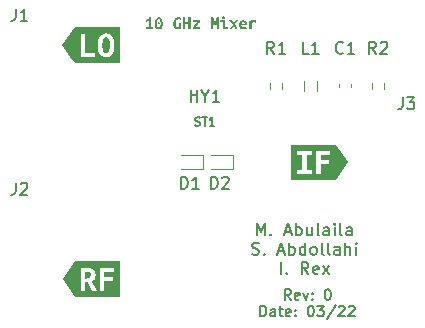
<source format=gbr>
%TF.GenerationSoftware,KiCad,Pcbnew,(6.0.2-0)*%
%TF.CreationDate,2022-03-21T23:10:48-05:00*%
%TF.ProjectId,EE515X_Project,45453531-3558-45f5-9072-6f6a6563742e,rev?*%
%TF.SameCoordinates,Original*%
%TF.FileFunction,Legend,Top*%
%TF.FilePolarity,Positive*%
%FSLAX46Y46*%
G04 Gerber Fmt 4.6, Leading zero omitted, Abs format (unit mm)*
G04 Created by KiCad (PCBNEW (6.0.2-0)) date 2022-03-21 23:10:48*
%MOMM*%
%LPD*%
G01*
G04 APERTURE LIST*
%ADD10C,0.203200*%
%ADD11C,0.150000*%
%ADD12C,0.120000*%
G04 APERTURE END LIST*
D10*
X100378380Y-110583859D02*
X100378380Y-109567859D01*
X100717047Y-110293573D01*
X101055714Y-109567859D01*
X101055714Y-110583859D01*
X101539523Y-110487097D02*
X101587904Y-110535478D01*
X101539523Y-110583859D01*
X101491142Y-110535478D01*
X101539523Y-110487097D01*
X101539523Y-110583859D01*
X102749047Y-110293573D02*
X103232857Y-110293573D01*
X102652285Y-110583859D02*
X102990952Y-109567859D01*
X103329619Y-110583859D01*
X103668285Y-110583859D02*
X103668285Y-109567859D01*
X103668285Y-109954906D02*
X103765047Y-109906525D01*
X103958571Y-109906525D01*
X104055333Y-109954906D01*
X104103714Y-110003287D01*
X104152095Y-110100049D01*
X104152095Y-110390335D01*
X104103714Y-110487097D01*
X104055333Y-110535478D01*
X103958571Y-110583859D01*
X103765047Y-110583859D01*
X103668285Y-110535478D01*
X105022952Y-109906525D02*
X105022952Y-110583859D01*
X104587523Y-109906525D02*
X104587523Y-110438716D01*
X104635904Y-110535478D01*
X104732666Y-110583859D01*
X104877809Y-110583859D01*
X104974571Y-110535478D01*
X105022952Y-110487097D01*
X105651904Y-110583859D02*
X105555142Y-110535478D01*
X105506761Y-110438716D01*
X105506761Y-109567859D01*
X106474380Y-110583859D02*
X106474380Y-110051668D01*
X106426000Y-109954906D01*
X106329238Y-109906525D01*
X106135714Y-109906525D01*
X106038952Y-109954906D01*
X106474380Y-110535478D02*
X106377619Y-110583859D01*
X106135714Y-110583859D01*
X106038952Y-110535478D01*
X105990571Y-110438716D01*
X105990571Y-110341954D01*
X106038952Y-110245192D01*
X106135714Y-110196811D01*
X106377619Y-110196811D01*
X106474380Y-110148430D01*
X106958190Y-110583859D02*
X106958190Y-109906525D01*
X106958190Y-109567859D02*
X106909809Y-109616240D01*
X106958190Y-109664620D01*
X107006571Y-109616240D01*
X106958190Y-109567859D01*
X106958190Y-109664620D01*
X107587142Y-110583859D02*
X107490380Y-110535478D01*
X107442000Y-110438716D01*
X107442000Y-109567859D01*
X108409619Y-110583859D02*
X108409619Y-110051668D01*
X108361238Y-109954906D01*
X108264476Y-109906525D01*
X108070952Y-109906525D01*
X107974190Y-109954906D01*
X108409619Y-110535478D02*
X108312857Y-110583859D01*
X108070952Y-110583859D01*
X107974190Y-110535478D01*
X107925809Y-110438716D01*
X107925809Y-110341954D01*
X107974190Y-110245192D01*
X108070952Y-110196811D01*
X108312857Y-110196811D01*
X108409619Y-110148430D01*
X99967142Y-112171238D02*
X100112285Y-112219619D01*
X100354190Y-112219619D01*
X100450952Y-112171238D01*
X100499333Y-112122857D01*
X100547714Y-112026095D01*
X100547714Y-111929333D01*
X100499333Y-111832571D01*
X100450952Y-111784190D01*
X100354190Y-111735809D01*
X100160666Y-111687428D01*
X100063904Y-111639047D01*
X100015523Y-111590666D01*
X99967142Y-111493904D01*
X99967142Y-111397142D01*
X100015523Y-111300380D01*
X100063904Y-111252000D01*
X100160666Y-111203619D01*
X100402571Y-111203619D01*
X100547714Y-111252000D01*
X100983142Y-112122857D02*
X101031523Y-112171238D01*
X100983142Y-112219619D01*
X100934761Y-112171238D01*
X100983142Y-112122857D01*
X100983142Y-112219619D01*
X102192666Y-111929333D02*
X102676476Y-111929333D01*
X102095904Y-112219619D02*
X102434571Y-111203619D01*
X102773238Y-112219619D01*
X103111904Y-112219619D02*
X103111904Y-111203619D01*
X103111904Y-111590666D02*
X103208666Y-111542285D01*
X103402190Y-111542285D01*
X103498952Y-111590666D01*
X103547333Y-111639047D01*
X103595714Y-111735809D01*
X103595714Y-112026095D01*
X103547333Y-112122857D01*
X103498952Y-112171238D01*
X103402190Y-112219619D01*
X103208666Y-112219619D01*
X103111904Y-112171238D01*
X104466571Y-112219619D02*
X104466571Y-111203619D01*
X104466571Y-112171238D02*
X104369809Y-112219619D01*
X104176285Y-112219619D01*
X104079523Y-112171238D01*
X104031142Y-112122857D01*
X103982761Y-112026095D01*
X103982761Y-111735809D01*
X104031142Y-111639047D01*
X104079523Y-111590666D01*
X104176285Y-111542285D01*
X104369809Y-111542285D01*
X104466571Y-111590666D01*
X105095523Y-112219619D02*
X104998761Y-112171238D01*
X104950380Y-112122857D01*
X104902000Y-112026095D01*
X104902000Y-111735809D01*
X104950380Y-111639047D01*
X104998761Y-111590666D01*
X105095523Y-111542285D01*
X105240666Y-111542285D01*
X105337428Y-111590666D01*
X105385809Y-111639047D01*
X105434190Y-111735809D01*
X105434190Y-112026095D01*
X105385809Y-112122857D01*
X105337428Y-112171238D01*
X105240666Y-112219619D01*
X105095523Y-112219619D01*
X106014761Y-112219619D02*
X105918000Y-112171238D01*
X105869619Y-112074476D01*
X105869619Y-111203619D01*
X106546952Y-112219619D02*
X106450190Y-112171238D01*
X106401809Y-112074476D01*
X106401809Y-111203619D01*
X107369428Y-112219619D02*
X107369428Y-111687428D01*
X107321047Y-111590666D01*
X107224285Y-111542285D01*
X107030761Y-111542285D01*
X106934000Y-111590666D01*
X107369428Y-112171238D02*
X107272666Y-112219619D01*
X107030761Y-112219619D01*
X106934000Y-112171238D01*
X106885619Y-112074476D01*
X106885619Y-111977714D01*
X106934000Y-111880952D01*
X107030761Y-111832571D01*
X107272666Y-111832571D01*
X107369428Y-111784190D01*
X107853238Y-112219619D02*
X107853238Y-111203619D01*
X108288666Y-112219619D02*
X108288666Y-111687428D01*
X108240285Y-111590666D01*
X108143523Y-111542285D01*
X107998380Y-111542285D01*
X107901619Y-111590666D01*
X107853238Y-111639047D01*
X108772476Y-112219619D02*
X108772476Y-111542285D01*
X108772476Y-111203619D02*
X108724095Y-111252000D01*
X108772476Y-111300380D01*
X108820857Y-111252000D01*
X108772476Y-111203619D01*
X108772476Y-111300380D01*
X102410380Y-113855379D02*
X102410380Y-112839379D01*
X102894190Y-113758617D02*
X102942571Y-113806998D01*
X102894190Y-113855379D01*
X102845809Y-113806998D01*
X102894190Y-113758617D01*
X102894190Y-113855379D01*
X104732666Y-113855379D02*
X104394000Y-113371569D01*
X104152095Y-113855379D02*
X104152095Y-112839379D01*
X104539142Y-112839379D01*
X104635904Y-112887760D01*
X104684285Y-112936140D01*
X104732666Y-113032902D01*
X104732666Y-113178045D01*
X104684285Y-113274807D01*
X104635904Y-113323188D01*
X104539142Y-113371569D01*
X104152095Y-113371569D01*
X105555142Y-113806998D02*
X105458380Y-113855379D01*
X105264857Y-113855379D01*
X105168095Y-113806998D01*
X105119714Y-113710236D01*
X105119714Y-113323188D01*
X105168095Y-113226426D01*
X105264857Y-113178045D01*
X105458380Y-113178045D01*
X105555142Y-113226426D01*
X105603523Y-113323188D01*
X105603523Y-113419950D01*
X105119714Y-113516712D01*
X105942190Y-113855379D02*
X106474380Y-113178045D01*
X105942190Y-113178045D02*
X106474380Y-113855379D01*
X103229833Y-116018521D02*
X102933500Y-115595188D01*
X102721833Y-116018521D02*
X102721833Y-115129521D01*
X103060500Y-115129521D01*
X103145166Y-115171855D01*
X103187500Y-115214188D01*
X103229833Y-115298855D01*
X103229833Y-115425855D01*
X103187500Y-115510521D01*
X103145166Y-115552855D01*
X103060500Y-115595188D01*
X102721833Y-115595188D01*
X103949500Y-115976188D02*
X103864833Y-116018521D01*
X103695500Y-116018521D01*
X103610833Y-115976188D01*
X103568500Y-115891521D01*
X103568500Y-115552855D01*
X103610833Y-115468188D01*
X103695500Y-115425855D01*
X103864833Y-115425855D01*
X103949500Y-115468188D01*
X103991833Y-115552855D01*
X103991833Y-115637521D01*
X103568500Y-115722188D01*
X104288166Y-115425855D02*
X104499833Y-116018521D01*
X104711500Y-115425855D01*
X105050166Y-115933855D02*
X105092500Y-115976188D01*
X105050166Y-116018521D01*
X105007833Y-115976188D01*
X105050166Y-115933855D01*
X105050166Y-116018521D01*
X105050166Y-115468188D02*
X105092500Y-115510521D01*
X105050166Y-115552855D01*
X105007833Y-115510521D01*
X105050166Y-115468188D01*
X105050166Y-115552855D01*
X106320166Y-115129521D02*
X106404833Y-115129521D01*
X106489500Y-115171855D01*
X106531833Y-115214188D01*
X106574166Y-115298855D01*
X106616500Y-115468188D01*
X106616500Y-115679855D01*
X106574166Y-115849188D01*
X106531833Y-115933855D01*
X106489500Y-115976188D01*
X106404833Y-116018521D01*
X106320166Y-116018521D01*
X106235500Y-115976188D01*
X106193166Y-115933855D01*
X106150833Y-115849188D01*
X106108500Y-115679855D01*
X106108500Y-115468188D01*
X106150833Y-115298855D01*
X106193166Y-115214188D01*
X106235500Y-115171855D01*
X106320166Y-115129521D01*
X100668666Y-117449811D02*
X100668666Y-116560811D01*
X100880333Y-116560811D01*
X101007333Y-116603145D01*
X101092000Y-116687811D01*
X101134333Y-116772478D01*
X101176666Y-116941811D01*
X101176666Y-117068811D01*
X101134333Y-117238145D01*
X101092000Y-117322811D01*
X101007333Y-117407478D01*
X100880333Y-117449811D01*
X100668666Y-117449811D01*
X101938666Y-117449811D02*
X101938666Y-116984145D01*
X101896333Y-116899478D01*
X101811666Y-116857145D01*
X101642333Y-116857145D01*
X101557666Y-116899478D01*
X101938666Y-117407478D02*
X101854000Y-117449811D01*
X101642333Y-117449811D01*
X101557666Y-117407478D01*
X101515333Y-117322811D01*
X101515333Y-117238145D01*
X101557666Y-117153478D01*
X101642333Y-117111145D01*
X101854000Y-117111145D01*
X101938666Y-117068811D01*
X102235000Y-116857145D02*
X102573666Y-116857145D01*
X102362000Y-116560811D02*
X102362000Y-117322811D01*
X102404333Y-117407478D01*
X102489000Y-117449811D01*
X102573666Y-117449811D01*
X103208666Y-117407478D02*
X103124000Y-117449811D01*
X102954666Y-117449811D01*
X102870000Y-117407478D01*
X102827666Y-117322811D01*
X102827666Y-116984145D01*
X102870000Y-116899478D01*
X102954666Y-116857145D01*
X103124000Y-116857145D01*
X103208666Y-116899478D01*
X103251000Y-116984145D01*
X103251000Y-117068811D01*
X102827666Y-117153478D01*
X103632000Y-117365145D02*
X103674333Y-117407478D01*
X103632000Y-117449811D01*
X103589666Y-117407478D01*
X103632000Y-117365145D01*
X103632000Y-117449811D01*
X103632000Y-116899478D02*
X103674333Y-116941811D01*
X103632000Y-116984145D01*
X103589666Y-116941811D01*
X103632000Y-116899478D01*
X103632000Y-116984145D01*
X104902000Y-116560811D02*
X104986666Y-116560811D01*
X105071333Y-116603145D01*
X105113666Y-116645478D01*
X105156000Y-116730145D01*
X105198333Y-116899478D01*
X105198333Y-117111145D01*
X105156000Y-117280478D01*
X105113666Y-117365145D01*
X105071333Y-117407478D01*
X104986666Y-117449811D01*
X104902000Y-117449811D01*
X104817333Y-117407478D01*
X104775000Y-117365145D01*
X104732666Y-117280478D01*
X104690333Y-117111145D01*
X104690333Y-116899478D01*
X104732666Y-116730145D01*
X104775000Y-116645478D01*
X104817333Y-116603145D01*
X104902000Y-116560811D01*
X105494666Y-116560811D02*
X106045000Y-116560811D01*
X105748666Y-116899478D01*
X105875666Y-116899478D01*
X105960333Y-116941811D01*
X106002666Y-116984145D01*
X106045000Y-117068811D01*
X106045000Y-117280478D01*
X106002666Y-117365145D01*
X105960333Y-117407478D01*
X105875666Y-117449811D01*
X105621666Y-117449811D01*
X105537000Y-117407478D01*
X105494666Y-117365145D01*
X107061000Y-116518478D02*
X106299000Y-117661478D01*
X107315000Y-116645478D02*
X107357333Y-116603145D01*
X107442000Y-116560811D01*
X107653666Y-116560811D01*
X107738333Y-116603145D01*
X107780666Y-116645478D01*
X107823000Y-116730145D01*
X107823000Y-116814811D01*
X107780666Y-116941811D01*
X107272666Y-117449811D01*
X107823000Y-117449811D01*
X108161666Y-116645478D02*
X108204000Y-116603145D01*
X108288666Y-116560811D01*
X108500333Y-116560811D01*
X108585000Y-116603145D01*
X108627333Y-116645478D01*
X108669666Y-116730145D01*
X108669666Y-116814811D01*
X108627333Y-116941811D01*
X108119333Y-117449811D01*
X108669666Y-117449811D01*
D11*
%TO.C,J2*%
X79930666Y-106132380D02*
X79930666Y-106846666D01*
X79883047Y-106989523D01*
X79787809Y-107084761D01*
X79644952Y-107132380D01*
X79549714Y-107132380D01*
X80359238Y-106227619D02*
X80406857Y-106180000D01*
X80502095Y-106132380D01*
X80740190Y-106132380D01*
X80835428Y-106180000D01*
X80883047Y-106227619D01*
X80930666Y-106322857D01*
X80930666Y-106418095D01*
X80883047Y-106560952D01*
X80311619Y-107132380D01*
X80930666Y-107132380D01*
%TO.C,J1*%
X79930666Y-91400380D02*
X79930666Y-92114666D01*
X79883047Y-92257523D01*
X79787809Y-92352761D01*
X79644952Y-92400380D01*
X79549714Y-92400380D01*
X80930666Y-92400380D02*
X80359238Y-92400380D01*
X80644952Y-92400380D02*
X80644952Y-91400380D01*
X80549714Y-91543238D01*
X80454476Y-91638476D01*
X80359238Y-91686095D01*
%TO.C,J3*%
X112696678Y-98893380D02*
X112696678Y-99607666D01*
X112649059Y-99750523D01*
X112553821Y-99845761D01*
X112410964Y-99893380D01*
X112315726Y-99893380D01*
X113077631Y-98893380D02*
X113696678Y-98893380D01*
X113363345Y-99274333D01*
X113506202Y-99274333D01*
X113601440Y-99321952D01*
X113649059Y-99369571D01*
X113696678Y-99464809D01*
X113696678Y-99702904D01*
X113649059Y-99798142D01*
X113601440Y-99845761D01*
X113506202Y-99893380D01*
X113220488Y-99893380D01*
X113125250Y-99845761D01*
X113077631Y-99798142D01*
%TO.C,ST1*%
X95148400Y-101252866D02*
X95250000Y-101286733D01*
X95419333Y-101286733D01*
X95487066Y-101252866D01*
X95520933Y-101219000D01*
X95554800Y-101151266D01*
X95554800Y-101083533D01*
X95520933Y-101015800D01*
X95487066Y-100981933D01*
X95419333Y-100948066D01*
X95283866Y-100914200D01*
X95216133Y-100880333D01*
X95182266Y-100846466D01*
X95148400Y-100778733D01*
X95148400Y-100711000D01*
X95182266Y-100643266D01*
X95216133Y-100609400D01*
X95283866Y-100575533D01*
X95453200Y-100575533D01*
X95554800Y-100609400D01*
X95758000Y-100575533D02*
X96164400Y-100575533D01*
X95961200Y-101286733D02*
X95961200Y-100575533D01*
X96774000Y-101286733D02*
X96367600Y-101286733D01*
X96570800Y-101286733D02*
X96570800Y-100575533D01*
X96503066Y-100677133D01*
X96435333Y-100744866D01*
X96367600Y-100778733D01*
%TO.C,C1*%
X107661001Y-95099142D02*
X107613382Y-95146761D01*
X107470525Y-95194380D01*
X107375287Y-95194380D01*
X107232429Y-95146761D01*
X107137191Y-95051523D01*
X107089572Y-94956285D01*
X107041953Y-94765809D01*
X107041953Y-94622952D01*
X107089572Y-94432476D01*
X107137191Y-94337238D01*
X107232429Y-94242000D01*
X107375287Y-94194380D01*
X107470525Y-94194380D01*
X107613382Y-94242000D01*
X107661001Y-94289619D01*
X108613382Y-95194380D02*
X108041953Y-95194380D01*
X108327668Y-95194380D02*
X108327668Y-94194380D01*
X108232429Y-94337238D01*
X108137191Y-94432476D01*
X108041953Y-94480095D01*
%TO.C,D2*%
X96480404Y-106624380D02*
X96480404Y-105624380D01*
X96718500Y-105624380D01*
X96861357Y-105672000D01*
X96956595Y-105767238D01*
X97004214Y-105862476D01*
X97051833Y-106052952D01*
X97051833Y-106195809D01*
X97004214Y-106386285D01*
X96956595Y-106481523D01*
X96861357Y-106576761D01*
X96718500Y-106624380D01*
X96480404Y-106624380D01*
X97432785Y-105719619D02*
X97480404Y-105672000D01*
X97575642Y-105624380D01*
X97813738Y-105624380D01*
X97908976Y-105672000D01*
X97956595Y-105719619D01*
X98004214Y-105814857D01*
X98004214Y-105910095D01*
X97956595Y-106052952D01*
X97385166Y-106624380D01*
X98004214Y-106624380D01*
%TO.C,HY1*%
X94758023Y-99258380D02*
X94758023Y-98258380D01*
X94758023Y-98734571D02*
X95329452Y-98734571D01*
X95329452Y-99258380D02*
X95329452Y-98258380D01*
X95996119Y-98782190D02*
X95996119Y-99258380D01*
X95662785Y-98258380D02*
X95996119Y-98782190D01*
X96329452Y-98258380D01*
X97186595Y-99258380D02*
X96615166Y-99258380D01*
X96900880Y-99258380D02*
X96900880Y-98258380D01*
X96805642Y-98401238D01*
X96710404Y-98496476D01*
X96615166Y-98544095D01*
%TO.C,R1*%
X101819001Y-95194380D02*
X101485668Y-94718190D01*
X101247572Y-95194380D02*
X101247572Y-94194380D01*
X101628525Y-94194380D01*
X101723763Y-94242000D01*
X101771382Y-94289619D01*
X101819001Y-94384857D01*
X101819001Y-94527714D01*
X101771382Y-94622952D01*
X101723763Y-94670571D01*
X101628525Y-94718190D01*
X101247572Y-94718190D01*
X102771382Y-95194380D02*
X102199953Y-95194380D01*
X102485668Y-95194380D02*
X102485668Y-94194380D01*
X102390429Y-94337238D01*
X102295191Y-94432476D01*
X102199953Y-94480095D01*
%TO.C,R2*%
X110455001Y-95194380D02*
X110121668Y-94718190D01*
X109883572Y-95194380D02*
X109883572Y-94194380D01*
X110264525Y-94194380D01*
X110359763Y-94242000D01*
X110407382Y-94289619D01*
X110455001Y-94384857D01*
X110455001Y-94527714D01*
X110407382Y-94622952D01*
X110359763Y-94670571D01*
X110264525Y-94718190D01*
X109883572Y-94718190D01*
X110835953Y-94289619D02*
X110883572Y-94242000D01*
X110978810Y-94194380D01*
X111216906Y-94194380D01*
X111312144Y-94242000D01*
X111359763Y-94289619D01*
X111407382Y-94384857D01*
X111407382Y-94480095D01*
X111359763Y-94622952D01*
X110788334Y-95194380D01*
X111407382Y-95194380D01*
%TO.C,D1*%
X93940404Y-106624380D02*
X93940404Y-105624380D01*
X94178500Y-105624380D01*
X94321357Y-105672000D01*
X94416595Y-105767238D01*
X94464214Y-105862476D01*
X94511833Y-106052952D01*
X94511833Y-106195809D01*
X94464214Y-106386285D01*
X94416595Y-106481523D01*
X94321357Y-106576761D01*
X94178500Y-106624380D01*
X93940404Y-106624380D01*
X95464214Y-106624380D02*
X94892785Y-106624380D01*
X95178500Y-106624380D02*
X95178500Y-105624380D01*
X95083261Y-105767238D01*
X94988023Y-105862476D01*
X94892785Y-105910095D01*
%TO.C,L1*%
X104740001Y-95194380D02*
X104263810Y-95194380D01*
X104263810Y-94194380D01*
X105597144Y-95194380D02*
X105025715Y-95194380D01*
X105311429Y-95194380D02*
X105311429Y-94194380D01*
X105216191Y-94337238D01*
X105120953Y-94432476D01*
X105025715Y-94480095D01*
%TO.C,kibuzzard-623945C3*%
G36*
X94304644Y-92520294D02*
G01*
X94564994Y-92520294D01*
X94564994Y-92132944D01*
X94760256Y-92132944D01*
X94760256Y-93115606D01*
X94564994Y-93115606D01*
X94564994Y-92682219D01*
X94304644Y-92682219D01*
X94304644Y-93115606D01*
X94109381Y-93115606D01*
X94109381Y-92132944D01*
X94304644Y-92132944D01*
X94304644Y-92520294D01*
G37*
G36*
X97671731Y-92831444D02*
G01*
X97696338Y-92930663D01*
X97778094Y-92963206D01*
X97843181Y-92956063D01*
X97928906Y-92926694D01*
X97954306Y-93083856D01*
X97840800Y-93122750D01*
X97743169Y-93133069D01*
X97673120Y-93127513D01*
X97615375Y-93110844D01*
X97532825Y-93046550D01*
X97489169Y-92944156D01*
X97479644Y-92879466D01*
X97476469Y-92806044D01*
X97476469Y-92531406D01*
X97270094Y-92531406D01*
X97270094Y-92369481D01*
X97671731Y-92369481D01*
X97671731Y-92831444D01*
G37*
G36*
X98879819Y-92575856D02*
G01*
X98914744Y-92507395D01*
X98959194Y-92451237D01*
X99011978Y-92407383D01*
X99071906Y-92375831D01*
X99136200Y-92356781D01*
X99202081Y-92350431D01*
X99303328Y-92361279D01*
X99386937Y-92393823D01*
X99452906Y-92448062D01*
X99500531Y-92523116D01*
X99529106Y-92618101D01*
X99538631Y-92733019D01*
X99537838Y-92772706D01*
X99535456Y-92806044D01*
X99051269Y-92806044D01*
X99066350Y-92871330D01*
X99111594Y-92921138D01*
X99180650Y-92952689D01*
X99267169Y-92963206D01*
X99379088Y-92950506D01*
X99468781Y-92925106D01*
X99495769Y-93091794D01*
X99387819Y-93121163D01*
X99259231Y-93133069D01*
X99168942Y-93126917D01*
X99088575Y-93108463D01*
X99018725Y-93077903D01*
X98959988Y-93035438D01*
X98912958Y-92981264D01*
X98878231Y-92915581D01*
X98856800Y-92838191D01*
X98849656Y-92748894D01*
X98856000Y-92671106D01*
X99051269Y-92671106D01*
X99349719Y-92671106D01*
X99341781Y-92613163D01*
X99316381Y-92563156D01*
X99271931Y-92527437D01*
X99205256Y-92513944D01*
X99139375Y-92526644D01*
X99093338Y-92561569D01*
X99064763Y-92612369D01*
X99051269Y-92671106D01*
X98856000Y-92671106D01*
X98857197Y-92656422D01*
X98879819Y-92575856D01*
G37*
G36*
X98409919Y-92602844D02*
G01*
X98562319Y-92369481D01*
X98760756Y-92369481D01*
X98519456Y-92728256D01*
X98594069Y-92825888D01*
X98663919Y-92929869D01*
X98724244Y-93029881D01*
X98770281Y-93115606D01*
X98567081Y-93115606D01*
X98524219Y-93039009D01*
X98481356Y-92971144D01*
X98439684Y-92910819D01*
X98400394Y-92856844D01*
X98355150Y-92919550D01*
X98314669Y-92980669D01*
X98276172Y-93044566D01*
X98236881Y-93115606D01*
X98038444Y-93115606D01*
X98093213Y-93022738D01*
X98158300Y-92924313D01*
X98229738Y-92825094D01*
X98301969Y-92731431D01*
X98040031Y-92369481D01*
X98244819Y-92369481D01*
X98409919Y-92602844D01*
G37*
G36*
X91396344Y-92953681D02*
G01*
X91591606Y-92953681D01*
X91591606Y-93115606D01*
X90994706Y-93115606D01*
X90994706Y-92953681D01*
X91201081Y-92953681D01*
X91201081Y-92404406D01*
X91099481Y-92460762D01*
X91002644Y-92499656D01*
X90939144Y-92337731D01*
X91021694Y-92301219D01*
X91110594Y-92252006D01*
X91194731Y-92194856D01*
X91262994Y-92132944D01*
X91396344Y-92132944D01*
X91396344Y-92953681D01*
G37*
G36*
X95507969Y-92512356D02*
G01*
X95444469Y-92587763D01*
X95401408Y-92640745D01*
X95354775Y-92699681D01*
X95306356Y-92762983D01*
X95257937Y-92829063D01*
X95212098Y-92893952D01*
X95171419Y-92953681D01*
X95523844Y-92953681D01*
X95523844Y-93115606D01*
X94938056Y-93115606D01*
X94938056Y-92996544D01*
X94976156Y-92935425D01*
X95017431Y-92872719D01*
X95060294Y-92809814D01*
X95103156Y-92748100D01*
X95145622Y-92688370D01*
X95187294Y-92631419D01*
X95261906Y-92531406D01*
X94953931Y-92531406D01*
X94953931Y-92369481D01*
X95507969Y-92369481D01*
X95507969Y-92512356D01*
G37*
G36*
X92117862Y-92531406D02*
G01*
X92142469Y-92606019D01*
X92117862Y-92679838D01*
X92055156Y-92710794D01*
X91990069Y-92679838D01*
X91966256Y-92606019D01*
X91990069Y-92531406D01*
X92055156Y-92499656D01*
X92117862Y-92531406D01*
G37*
G36*
X93814900Y-92119450D02*
G01*
X93893481Y-92139294D01*
X93948250Y-92163106D01*
X93980794Y-92182156D01*
X93929994Y-92337731D01*
X93844269Y-92298044D01*
X93739494Y-92280581D01*
X93622019Y-92305981D01*
X93543437Y-92376625D01*
X93498987Y-92484575D01*
X93488867Y-92550655D01*
X93485494Y-92623481D01*
X93491667Y-92730638D01*
X93510188Y-92817156D01*
X93541056Y-92883038D01*
X93609716Y-92945545D01*
X93704569Y-92966381D01*
X93742669Y-92964794D01*
X93780769Y-92960031D01*
X93780769Y-92601256D01*
X93976031Y-92601256D01*
X93976031Y-93091794D01*
X93867287Y-93120369D01*
X93785730Y-93132275D01*
X93688694Y-93136244D01*
X93601183Y-93128108D01*
X93522800Y-93103700D01*
X93454339Y-93063219D01*
X93396594Y-93006863D01*
X93350159Y-92934631D01*
X93315631Y-92846525D01*
X93294200Y-92742742D01*
X93287056Y-92623481D01*
X93295391Y-92505411D01*
X93320394Y-92402025D01*
X93359684Y-92313720D01*
X93410881Y-92240894D01*
X93473191Y-92183942D01*
X93545819Y-92143262D01*
X93626384Y-92118855D01*
X93712506Y-92110719D01*
X93814900Y-92119450D01*
G37*
G36*
X96702563Y-92218669D02*
G01*
X96738281Y-92331381D01*
X96776381Y-92453619D01*
X96812894Y-92567919D01*
X96852581Y-92446475D01*
X96892269Y-92325825D01*
X96927194Y-92217081D01*
X96955769Y-92132944D01*
X97117694Y-92132944D01*
X97128608Y-92259944D01*
X97139125Y-92383769D01*
X97148650Y-92505411D01*
X97156588Y-92625863D01*
X97163136Y-92746116D01*
X97168494Y-92867163D01*
X97172859Y-92989995D01*
X97176431Y-93115606D01*
X96997044Y-93115606D01*
X97006569Y-92352019D01*
X96885919Y-92767944D01*
X96743044Y-92767944D01*
X96627156Y-92352019D01*
X96635094Y-93115606D01*
X96455706Y-93115606D01*
X96460667Y-92992575D01*
X96466025Y-92864781D01*
X96471780Y-92735003D01*
X96477931Y-92606019D01*
X96484877Y-92479416D01*
X96493013Y-92356781D01*
X96502339Y-92240497D01*
X96512856Y-92132944D01*
X96674781Y-92132944D01*
X96702563Y-92218669D01*
G37*
G36*
X100131563Y-92356781D02*
G01*
X100194269Y-92362337D01*
X100261738Y-92371862D01*
X100322856Y-92386944D01*
X100287931Y-92567919D01*
X100242688Y-92558394D01*
X100189506Y-92549662D01*
X100137119Y-92544106D01*
X100094256Y-92542519D01*
X100013294Y-92546487D01*
X99932331Y-92561569D01*
X99932331Y-93115606D01*
X99735481Y-93115606D01*
X99735481Y-92418694D01*
X99814261Y-92392897D01*
X99895025Y-92372656D01*
X99983727Y-92359559D01*
X100086319Y-92355194D01*
X100131563Y-92356781D01*
G37*
G36*
X97627281Y-92063094D02*
G01*
X97663794Y-92155169D01*
X97627281Y-92245656D01*
X97539969Y-92278994D01*
X97453450Y-92245656D01*
X97417731Y-92155169D01*
X97453450Y-92063094D01*
X97539969Y-92029756D01*
X97627281Y-92063094D01*
G37*
G36*
X92373053Y-92848906D02*
G01*
X92345768Y-92937409D01*
X92307569Y-93009244D01*
X92240541Y-93079799D01*
X92155874Y-93122133D01*
X92053569Y-93136244D01*
X91951263Y-93122133D01*
X91866597Y-93079799D01*
X91799569Y-93009244D01*
X91761370Y-92937409D01*
X91734084Y-92848906D01*
X91717713Y-92743734D01*
X91712256Y-92621894D01*
X91888469Y-92621894D01*
X91893231Y-92726051D01*
X91907519Y-92812041D01*
X91931331Y-92879863D01*
X91983322Y-92945942D01*
X92053569Y-92967969D01*
X92124808Y-92945942D01*
X92176600Y-92879863D01*
X92199972Y-92812041D01*
X92213994Y-92726051D01*
X92218669Y-92621894D01*
X92213994Y-92518618D01*
X92199972Y-92433158D01*
X92176600Y-92365512D01*
X92124808Y-92299433D01*
X92053569Y-92277406D01*
X91983322Y-92299433D01*
X91931331Y-92365512D01*
X91907519Y-92433158D01*
X91893231Y-92518618D01*
X91888469Y-92621894D01*
X91712256Y-92621894D01*
X91717812Y-92501442D01*
X91734481Y-92397262D01*
X91762262Y-92309355D01*
X91801156Y-92237719D01*
X91868713Y-92167163D01*
X91952851Y-92124830D01*
X92053569Y-92110719D01*
X92155874Y-92124742D01*
X92240541Y-92166810D01*
X92307569Y-92236925D01*
X92345768Y-92308313D01*
X92373053Y-92396270D01*
X92389424Y-92500797D01*
X92394881Y-92621894D01*
X92389424Y-92743734D01*
X92373053Y-92848906D01*
G37*
D12*
%TO.C,C1*%
X107313000Y-98057580D02*
X107313000Y-97776420D01*
X108333000Y-98057580D02*
X108333000Y-97776420D01*
%TO.C,D2*%
X96518500Y-104994000D02*
X98368500Y-104994000D01*
X98368500Y-104994000D02*
X98368500Y-103794000D01*
X96518500Y-103794000D02*
X98368500Y-103794000D01*
%TO.C,kibuzzard-62394568*%
G36*
X108084761Y-104394000D02*
G01*
X107087899Y-105889293D01*
X103243239Y-105889293D01*
X103243239Y-103735187D01*
X103755869Y-103735187D01*
X104184494Y-103735187D01*
X104184494Y-105052813D01*
X103755869Y-105052813D01*
X103755869Y-105376663D01*
X105003644Y-105376663D01*
X105371944Y-105376663D01*
X105762469Y-105376663D01*
X105762469Y-104535288D01*
X106473669Y-104535288D01*
X106473669Y-104211437D01*
X105762469Y-104211437D01*
X105762469Y-103735187D01*
X106575269Y-103735187D01*
X106575269Y-103411337D01*
X105371944Y-103411337D01*
X105371944Y-105376663D01*
X105003644Y-105376663D01*
X105003644Y-105052813D01*
X104578194Y-105052813D01*
X104578194Y-103735187D01*
X105003644Y-103735187D01*
X105003644Y-103411337D01*
X103755869Y-103411337D01*
X103755869Y-103735187D01*
X103243239Y-103735187D01*
X103243239Y-102898707D01*
X107087899Y-102898707D01*
X108084761Y-104394000D01*
G37*
%TO.C,R1*%
X102508168Y-97679742D02*
X102508168Y-98154258D01*
X101463168Y-97679742D02*
X101463168Y-98154258D01*
%TO.C,R2*%
X110099168Y-97679742D02*
X110099168Y-98154258D01*
X111144168Y-97679742D02*
X111144168Y-98154258D01*
%TO.C,D1*%
X95828500Y-104994000D02*
X95828500Y-103794000D01*
X93978500Y-103794000D02*
X95828500Y-103794000D01*
X93978500Y-104994000D02*
X95828500Y-104994000D01*
%TO.C,kibuzzard-62394523*%
G36*
X87758543Y-93856175D02*
G01*
X87852206Y-94002225D01*
X87896656Y-94219712D01*
X87904990Y-94349491D01*
X87907768Y-94488000D01*
X87904990Y-94626113D01*
X87896656Y-94754700D01*
X87852206Y-94972188D01*
X87756956Y-95119825D01*
X87596618Y-95173800D01*
X87434693Y-95119825D01*
X87341031Y-94973775D01*
X87296581Y-94756288D01*
X87288247Y-94626509D01*
X87285468Y-94488000D01*
X87288247Y-94349887D01*
X87296581Y-94221300D01*
X87341031Y-94003812D01*
X87434693Y-93856175D01*
X87596618Y-93802200D01*
X87758543Y-93856175D01*
G37*
G36*
X88817274Y-96026155D02*
G01*
X84928163Y-96026155D01*
X84558893Y-95472250D01*
X85440793Y-95472250D01*
X86675868Y-95472250D01*
X86675868Y-95148400D01*
X85834493Y-95148400D01*
X85834493Y-94488000D01*
X86888593Y-94488000D01*
X86900004Y-94726423D01*
X86934234Y-94933691D01*
X86991285Y-95109804D01*
X87071156Y-95254763D01*
X87211032Y-95398519D01*
X87387245Y-95484774D01*
X87599793Y-95513525D01*
X87807227Y-95484774D01*
X87980793Y-95398519D01*
X88120493Y-95254763D01*
X88201059Y-95109804D01*
X88258606Y-94933691D01*
X88293134Y-94726423D01*
X88304643Y-94488000D01*
X88293332Y-94249577D01*
X88259400Y-94042309D01*
X88202845Y-93866196D01*
X88123668Y-93721237D01*
X87984674Y-93577481D01*
X87808991Y-93491226D01*
X87596618Y-93462475D01*
X87390596Y-93491226D01*
X87217030Y-93577481D01*
X87075918Y-93721237D01*
X86993964Y-93866196D01*
X86935425Y-94042309D01*
X86900301Y-94249577D01*
X86888593Y-94488000D01*
X85834493Y-94488000D01*
X85834493Y-93506925D01*
X85440793Y-93506925D01*
X85440793Y-95472250D01*
X84558893Y-95472250D01*
X83902726Y-94488000D01*
X84928163Y-92949845D01*
X88817274Y-92949845D01*
X88817274Y-96026155D01*
G37*
%TO.C,L1*%
X105464334Y-97517378D02*
X105464334Y-98316622D01*
X104344334Y-97517378D02*
X104344334Y-98316622D01*
%TO.C,kibuzzard-62394517*%
G36*
X88784465Y-115806405D02*
G01*
X84939805Y-115806405D01*
X84598052Y-115293775D01*
X85452435Y-115293775D01*
X85842960Y-115293775D01*
X85842960Y-114569875D01*
X86046160Y-114569875D01*
X86153713Y-114749659D01*
X86254123Y-114927063D01*
X86345007Y-115106847D01*
X86423985Y-115293775D01*
X86833560Y-115293775D01*
X87068510Y-115293775D01*
X87459035Y-115293775D01*
X87459035Y-114452400D01*
X88170235Y-114452400D01*
X88170235Y-114128550D01*
X87459035Y-114128550D01*
X87459035Y-113652300D01*
X88271835Y-113652300D01*
X88271835Y-113328450D01*
X87068510Y-113328450D01*
X87068510Y-115293775D01*
X86833560Y-115293775D01*
X86743073Y-115085813D01*
X86633535Y-114866738D01*
X86516060Y-114657188D01*
X86401760Y-114474625D01*
X86540666Y-114384931D01*
X86633535Y-114261900D01*
X86685923Y-114114262D01*
X86703385Y-113950750D01*
X86690288Y-113796366D01*
X86650998Y-113663412D01*
X86500185Y-113461800D01*
X86392235Y-113392744D01*
X86265235Y-113344325D01*
X86120773Y-113315750D01*
X85960435Y-113306225D01*
X85849310Y-113309400D01*
X85715960Y-113317337D01*
X85577848Y-113333212D01*
X85452435Y-113357025D01*
X85452435Y-115293775D01*
X84598052Y-115293775D01*
X83935535Y-114300000D01*
X84939805Y-112793595D01*
X88784465Y-112793595D01*
X88784465Y-115806405D01*
G37*
G36*
X86100929Y-113664206D02*
G01*
X86211260Y-113718975D01*
X86282698Y-113812637D01*
X86306510Y-113947575D01*
X86217610Y-114168237D01*
X86100929Y-114226578D01*
X85928685Y-114246025D01*
X85842960Y-114246025D01*
X85842960Y-113655475D01*
X85906460Y-113647537D01*
X85960435Y-113645950D01*
X86100929Y-113664206D01*
G37*
%TD*%
M02*

</source>
